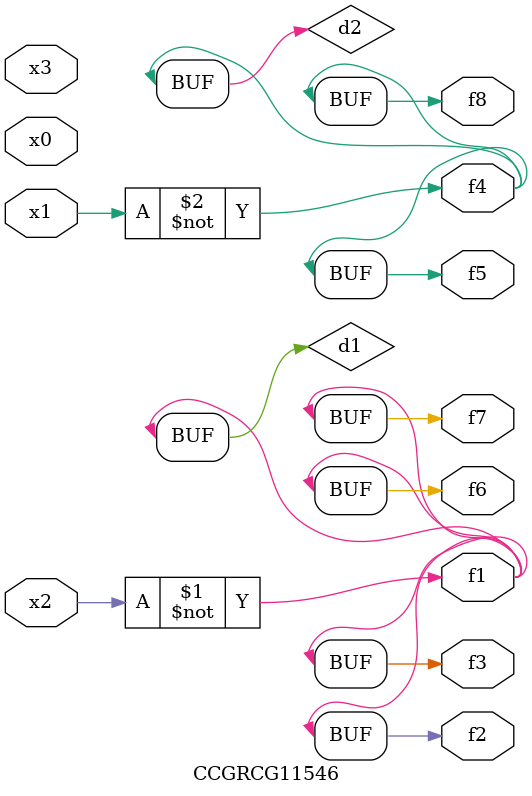
<source format=v>
module CCGRCG11546(
	input x0, x1, x2, x3,
	output f1, f2, f3, f4, f5, f6, f7, f8
);

	wire d1, d2;

	xnor (d1, x2);
	not (d2, x1);
	assign f1 = d1;
	assign f2 = d1;
	assign f3 = d1;
	assign f4 = d2;
	assign f5 = d2;
	assign f6 = d1;
	assign f7 = d1;
	assign f8 = d2;
endmodule

</source>
